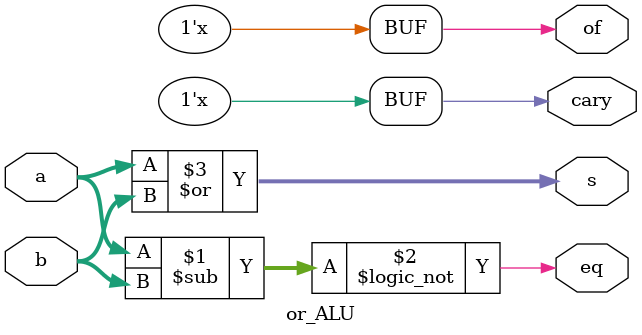
<source format=v>
`timescale 1ns / 1ps


module or_ALU(
    input [31:0] a,
    input [31:0] b,
    output [31:0] s,
    output eq,
    output cary,
    output of
    );
    
    assign eq = (a-b == 0);
    assign cary = 1'bZ;
    assign of = 1'bZ;
    assign s = a | b;
    
endmodule

</source>
